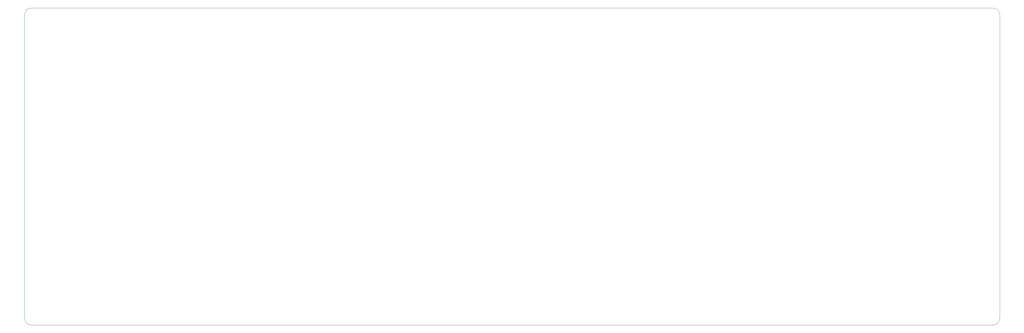
<source format=gbr>
%TF.GenerationSoftware,KiCad,Pcbnew,(7.0.0)*%
%TF.CreationDate,2023-03-29T14:48:56+09:00*%
%TF.ProjectId,HEP,4845502e-6b69-4636-9164-5f7063625858,rev?*%
%TF.SameCoordinates,Original*%
%TF.FileFunction,Profile,NP*%
%FSLAX46Y46*%
G04 Gerber Fmt 4.6, Leading zero omitted, Abs format (unit mm)*
G04 Created by KiCad (PCBNEW (7.0.0)) date 2023-03-29 14:48:56*
%MOMM*%
%LPD*%
G01*
G04 APERTURE LIST*
%TA.AperFunction,Profile*%
%ADD10C,0.100000*%
%TD*%
G04 APERTURE END LIST*
D10*
X52506250Y-26693750D02*
X338018750Y-26693750D01*
X340018750Y-28693750D02*
G75*
G03*
X338018750Y-26693750I-1999900J100D01*
G01*
X50506250Y-118943750D02*
G75*
G03*
X52506250Y-120943750I1999900J-100D01*
G01*
X338018750Y-120943750D02*
G75*
G03*
X340018750Y-118943750I0J2000000D01*
G01*
X52506250Y-26693750D02*
G75*
G03*
X50506250Y-28693750I30J-2000030D01*
G01*
X338018750Y-120943750D02*
X52506250Y-120943750D01*
X50506250Y-118943750D02*
X50506250Y-28693750D01*
X340018750Y-28693750D02*
X340018750Y-118943750D01*
M02*

</source>
